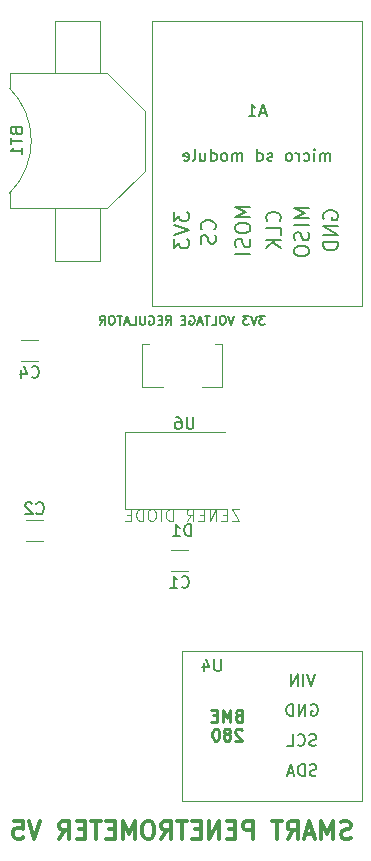
<source format=gbr>
%TF.GenerationSoftware,KiCad,Pcbnew,(6.0.4)*%
%TF.CreationDate,2022-04-23T15:23:27-04:00*%
%TF.ProjectId,smart penetrometer,736d6172-7420-4706-956e-6574726f6d65,rev?*%
%TF.SameCoordinates,Original*%
%TF.FileFunction,Legend,Bot*%
%TF.FilePolarity,Positive*%
%FSLAX46Y46*%
G04 Gerber Fmt 4.6, Leading zero omitted, Abs format (unit mm)*
G04 Created by KiCad (PCBNEW (6.0.4)) date 2022-04-23 15:23:27*
%MOMM*%
%LPD*%
G01*
G04 APERTURE LIST*
%ADD10C,0.250000*%
%ADD11C,0.125000*%
%ADD12C,0.187500*%
%ADD13C,0.300000*%
%ADD14C,0.150000*%
%ADD15C,0.120000*%
G04 APERTURE END LIST*
D10*
X130492380Y-135013571D02*
X130349523Y-135061190D01*
X130301904Y-135108809D01*
X130254285Y-135204047D01*
X130254285Y-135346904D01*
X130301904Y-135442142D01*
X130349523Y-135489761D01*
X130444761Y-135537380D01*
X130825714Y-135537380D01*
X130825714Y-134537380D01*
X130492380Y-134537380D01*
X130397142Y-134585000D01*
X130349523Y-134632619D01*
X130301904Y-134727857D01*
X130301904Y-134823095D01*
X130349523Y-134918333D01*
X130397142Y-134965952D01*
X130492380Y-135013571D01*
X130825714Y-135013571D01*
X129825714Y-135537380D02*
X129825714Y-134537380D01*
X129492380Y-135251666D01*
X129159047Y-134537380D01*
X129159047Y-135537380D01*
X128682857Y-135013571D02*
X128349523Y-135013571D01*
X128206666Y-135537380D02*
X128682857Y-135537380D01*
X128682857Y-134537380D01*
X128206666Y-134537380D01*
X130778095Y-136242619D02*
X130730476Y-136195000D01*
X130635238Y-136147380D01*
X130397142Y-136147380D01*
X130301904Y-136195000D01*
X130254285Y-136242619D01*
X130206666Y-136337857D01*
X130206666Y-136433095D01*
X130254285Y-136575952D01*
X130825714Y-137147380D01*
X130206666Y-137147380D01*
X129635238Y-136575952D02*
X129730476Y-136528333D01*
X129778095Y-136480714D01*
X129825714Y-136385476D01*
X129825714Y-136337857D01*
X129778095Y-136242619D01*
X129730476Y-136195000D01*
X129635238Y-136147380D01*
X129444761Y-136147380D01*
X129349523Y-136195000D01*
X129301904Y-136242619D01*
X129254285Y-136337857D01*
X129254285Y-136385476D01*
X129301904Y-136480714D01*
X129349523Y-136528333D01*
X129444761Y-136575952D01*
X129635238Y-136575952D01*
X129730476Y-136623571D01*
X129778095Y-136671190D01*
X129825714Y-136766428D01*
X129825714Y-136956904D01*
X129778095Y-137052142D01*
X129730476Y-137099761D01*
X129635238Y-137147380D01*
X129444761Y-137147380D01*
X129349523Y-137099761D01*
X129301904Y-137052142D01*
X129254285Y-136956904D01*
X129254285Y-136766428D01*
X129301904Y-136671190D01*
X129349523Y-136623571D01*
X129444761Y-136575952D01*
X128635238Y-136147380D02*
X128540000Y-136147380D01*
X128444761Y-136195000D01*
X128397142Y-136242619D01*
X128349523Y-136337857D01*
X128301904Y-136528333D01*
X128301904Y-136766428D01*
X128349523Y-136956904D01*
X128397142Y-137052142D01*
X128444761Y-137099761D01*
X128540000Y-137147380D01*
X128635238Y-137147380D01*
X128730476Y-137099761D01*
X128778095Y-137052142D01*
X128825714Y-136956904D01*
X128873333Y-136766428D01*
X128873333Y-136528333D01*
X128825714Y-136337857D01*
X128778095Y-136242619D01*
X128730476Y-136195000D01*
X128635238Y-136147380D01*
D11*
X130587142Y-117562380D02*
X129920476Y-117562380D01*
X130587142Y-118562380D01*
X129920476Y-118562380D01*
X129539523Y-118038571D02*
X129206190Y-118038571D01*
X129063333Y-118562380D02*
X129539523Y-118562380D01*
X129539523Y-117562380D01*
X129063333Y-117562380D01*
X128634761Y-118562380D02*
X128634761Y-117562380D01*
X128063333Y-118562380D01*
X128063333Y-117562380D01*
X127587142Y-118038571D02*
X127253809Y-118038571D01*
X127110952Y-118562380D02*
X127587142Y-118562380D01*
X127587142Y-117562380D01*
X127110952Y-117562380D01*
X126110952Y-118562380D02*
X126444285Y-118086190D01*
X126682380Y-118562380D02*
X126682380Y-117562380D01*
X126301428Y-117562380D01*
X126206190Y-117610000D01*
X126158571Y-117657619D01*
X126110952Y-117752857D01*
X126110952Y-117895714D01*
X126158571Y-117990952D01*
X126206190Y-118038571D01*
X126301428Y-118086190D01*
X126682380Y-118086190D01*
X124920476Y-118562380D02*
X124920476Y-117562380D01*
X124682380Y-117562380D01*
X124539523Y-117610000D01*
X124444285Y-117705238D01*
X124396666Y-117800476D01*
X124349047Y-117990952D01*
X124349047Y-118133809D01*
X124396666Y-118324285D01*
X124444285Y-118419523D01*
X124539523Y-118514761D01*
X124682380Y-118562380D01*
X124920476Y-118562380D01*
X123920476Y-118562380D02*
X123920476Y-117562380D01*
X123253809Y-117562380D02*
X123063333Y-117562380D01*
X122968095Y-117610000D01*
X122872857Y-117705238D01*
X122825238Y-117895714D01*
X122825238Y-118229047D01*
X122872857Y-118419523D01*
X122968095Y-118514761D01*
X123063333Y-118562380D01*
X123253809Y-118562380D01*
X123349047Y-118514761D01*
X123444285Y-118419523D01*
X123491904Y-118229047D01*
X123491904Y-117895714D01*
X123444285Y-117705238D01*
X123349047Y-117610000D01*
X123253809Y-117562380D01*
X122396666Y-118562380D02*
X122396666Y-117562380D01*
X122158571Y-117562380D01*
X122015714Y-117610000D01*
X121920476Y-117705238D01*
X121872857Y-117800476D01*
X121825238Y-117990952D01*
X121825238Y-118133809D01*
X121872857Y-118324285D01*
X121920476Y-118419523D01*
X122015714Y-118514761D01*
X122158571Y-118562380D01*
X122396666Y-118562380D01*
X121396666Y-118038571D02*
X121063333Y-118038571D01*
X120920476Y-118562380D02*
X121396666Y-118562380D01*
X121396666Y-117562380D01*
X120920476Y-117562380D01*
D12*
X132730000Y-101189285D02*
X132265714Y-101189285D01*
X132515714Y-101475000D01*
X132408571Y-101475000D01*
X132337142Y-101510714D01*
X132301428Y-101546428D01*
X132265714Y-101617857D01*
X132265714Y-101796428D01*
X132301428Y-101867857D01*
X132337142Y-101903571D01*
X132408571Y-101939285D01*
X132622857Y-101939285D01*
X132694285Y-101903571D01*
X132730000Y-101867857D01*
X132051428Y-101189285D02*
X131801428Y-101939285D01*
X131551428Y-101189285D01*
X131372857Y-101189285D02*
X130908571Y-101189285D01*
X131158571Y-101475000D01*
X131051428Y-101475000D01*
X130980000Y-101510714D01*
X130944285Y-101546428D01*
X130908571Y-101617857D01*
X130908571Y-101796428D01*
X130944285Y-101867857D01*
X130980000Y-101903571D01*
X131051428Y-101939285D01*
X131265714Y-101939285D01*
X131337142Y-101903571D01*
X131372857Y-101867857D01*
X130122857Y-101189285D02*
X129872857Y-101939285D01*
X129622857Y-101189285D01*
X129230000Y-101189285D02*
X129087142Y-101189285D01*
X129015714Y-101225000D01*
X128944285Y-101296428D01*
X128908571Y-101439285D01*
X128908571Y-101689285D01*
X128944285Y-101832142D01*
X129015714Y-101903571D01*
X129087142Y-101939285D01*
X129230000Y-101939285D01*
X129301428Y-101903571D01*
X129372857Y-101832142D01*
X129408571Y-101689285D01*
X129408571Y-101439285D01*
X129372857Y-101296428D01*
X129301428Y-101225000D01*
X129230000Y-101189285D01*
X128230000Y-101939285D02*
X128587142Y-101939285D01*
X128587142Y-101189285D01*
X128087142Y-101189285D02*
X127658571Y-101189285D01*
X127872857Y-101939285D02*
X127872857Y-101189285D01*
X127444285Y-101725000D02*
X127087142Y-101725000D01*
X127515714Y-101939285D02*
X127265714Y-101189285D01*
X127015714Y-101939285D01*
X126372857Y-101225000D02*
X126444285Y-101189285D01*
X126551428Y-101189285D01*
X126658571Y-101225000D01*
X126730000Y-101296428D01*
X126765714Y-101367857D01*
X126801428Y-101510714D01*
X126801428Y-101617857D01*
X126765714Y-101760714D01*
X126730000Y-101832142D01*
X126658571Y-101903571D01*
X126551428Y-101939285D01*
X126480000Y-101939285D01*
X126372857Y-101903571D01*
X126337142Y-101867857D01*
X126337142Y-101617857D01*
X126480000Y-101617857D01*
X126015714Y-101546428D02*
X125765714Y-101546428D01*
X125658571Y-101939285D02*
X126015714Y-101939285D01*
X126015714Y-101189285D01*
X125658571Y-101189285D01*
X124337142Y-101939285D02*
X124587142Y-101582142D01*
X124765714Y-101939285D02*
X124765714Y-101189285D01*
X124480000Y-101189285D01*
X124408571Y-101225000D01*
X124372857Y-101260714D01*
X124337142Y-101332142D01*
X124337142Y-101439285D01*
X124372857Y-101510714D01*
X124408571Y-101546428D01*
X124480000Y-101582142D01*
X124765714Y-101582142D01*
X124015714Y-101546428D02*
X123765714Y-101546428D01*
X123658571Y-101939285D02*
X124015714Y-101939285D01*
X124015714Y-101189285D01*
X123658571Y-101189285D01*
X122944285Y-101225000D02*
X123015714Y-101189285D01*
X123122857Y-101189285D01*
X123230000Y-101225000D01*
X123301428Y-101296428D01*
X123337142Y-101367857D01*
X123372857Y-101510714D01*
X123372857Y-101617857D01*
X123337142Y-101760714D01*
X123301428Y-101832142D01*
X123230000Y-101903571D01*
X123122857Y-101939285D01*
X123051428Y-101939285D01*
X122944285Y-101903571D01*
X122908571Y-101867857D01*
X122908571Y-101617857D01*
X123051428Y-101617857D01*
X122587142Y-101189285D02*
X122587142Y-101796428D01*
X122551428Y-101867857D01*
X122515714Y-101903571D01*
X122444285Y-101939285D01*
X122301428Y-101939285D01*
X122230000Y-101903571D01*
X122194285Y-101867857D01*
X122158571Y-101796428D01*
X122158571Y-101189285D01*
X121444285Y-101939285D02*
X121801428Y-101939285D01*
X121801428Y-101189285D01*
X121230000Y-101725000D02*
X120872857Y-101725000D01*
X121301428Y-101939285D02*
X121051428Y-101189285D01*
X120801428Y-101939285D01*
X120658571Y-101189285D02*
X120230000Y-101189285D01*
X120444285Y-101939285D02*
X120444285Y-101189285D01*
X119837142Y-101189285D02*
X119694285Y-101189285D01*
X119622857Y-101225000D01*
X119551428Y-101296428D01*
X119515714Y-101439285D01*
X119515714Y-101689285D01*
X119551428Y-101832142D01*
X119622857Y-101903571D01*
X119694285Y-101939285D01*
X119837142Y-101939285D01*
X119908571Y-101903571D01*
X119980000Y-101832142D01*
X120015714Y-101689285D01*
X120015714Y-101439285D01*
X119980000Y-101296428D01*
X119908571Y-101225000D01*
X119837142Y-101189285D01*
X118765714Y-101939285D02*
X119015714Y-101582142D01*
X119194285Y-101939285D02*
X119194285Y-101189285D01*
X118908571Y-101189285D01*
X118837142Y-101225000D01*
X118801428Y-101260714D01*
X118765714Y-101332142D01*
X118765714Y-101439285D01*
X118801428Y-101510714D01*
X118837142Y-101546428D01*
X118908571Y-101582142D01*
X119194285Y-101582142D01*
D13*
X140015714Y-145387142D02*
X139801428Y-145458571D01*
X139444285Y-145458571D01*
X139301428Y-145387142D01*
X139230000Y-145315714D01*
X139158571Y-145172857D01*
X139158571Y-145030000D01*
X139230000Y-144887142D01*
X139301428Y-144815714D01*
X139444285Y-144744285D01*
X139730000Y-144672857D01*
X139872857Y-144601428D01*
X139944285Y-144530000D01*
X140015714Y-144387142D01*
X140015714Y-144244285D01*
X139944285Y-144101428D01*
X139872857Y-144030000D01*
X139730000Y-143958571D01*
X139372857Y-143958571D01*
X139158571Y-144030000D01*
X138515714Y-145458571D02*
X138515714Y-143958571D01*
X138015714Y-145030000D01*
X137515714Y-143958571D01*
X137515714Y-145458571D01*
X136872857Y-145030000D02*
X136158571Y-145030000D01*
X137015714Y-145458571D02*
X136515714Y-143958571D01*
X136015714Y-145458571D01*
X134658571Y-145458571D02*
X135158571Y-144744285D01*
X135515714Y-145458571D02*
X135515714Y-143958571D01*
X134944285Y-143958571D01*
X134801428Y-144030000D01*
X134730000Y-144101428D01*
X134658571Y-144244285D01*
X134658571Y-144458571D01*
X134730000Y-144601428D01*
X134801428Y-144672857D01*
X134944285Y-144744285D01*
X135515714Y-144744285D01*
X134230000Y-143958571D02*
X133372857Y-143958571D01*
X133801428Y-145458571D02*
X133801428Y-143958571D01*
X131730000Y-145458571D02*
X131730000Y-143958571D01*
X131158571Y-143958571D01*
X131015714Y-144030000D01*
X130944285Y-144101428D01*
X130872857Y-144244285D01*
X130872857Y-144458571D01*
X130944285Y-144601428D01*
X131015714Y-144672857D01*
X131158571Y-144744285D01*
X131730000Y-144744285D01*
X130230000Y-144672857D02*
X129730000Y-144672857D01*
X129515714Y-145458571D02*
X130230000Y-145458571D01*
X130230000Y-143958571D01*
X129515714Y-143958571D01*
X128872857Y-145458571D02*
X128872857Y-143958571D01*
X128015714Y-145458571D01*
X128015714Y-143958571D01*
X127301428Y-144672857D02*
X126801428Y-144672857D01*
X126587142Y-145458571D02*
X127301428Y-145458571D01*
X127301428Y-143958571D01*
X126587142Y-143958571D01*
X126158571Y-143958571D02*
X125301428Y-143958571D01*
X125730000Y-145458571D02*
X125730000Y-143958571D01*
X123944285Y-145458571D02*
X124444285Y-144744285D01*
X124801428Y-145458571D02*
X124801428Y-143958571D01*
X124230000Y-143958571D01*
X124087142Y-144030000D01*
X124015714Y-144101428D01*
X123944285Y-144244285D01*
X123944285Y-144458571D01*
X124015714Y-144601428D01*
X124087142Y-144672857D01*
X124230000Y-144744285D01*
X124801428Y-144744285D01*
X123015714Y-143958571D02*
X122730000Y-143958571D01*
X122587142Y-144030000D01*
X122444285Y-144172857D01*
X122372857Y-144458571D01*
X122372857Y-144958571D01*
X122444285Y-145244285D01*
X122587142Y-145387142D01*
X122730000Y-145458571D01*
X123015714Y-145458571D01*
X123158571Y-145387142D01*
X123301428Y-145244285D01*
X123372857Y-144958571D01*
X123372857Y-144458571D01*
X123301428Y-144172857D01*
X123158571Y-144030000D01*
X123015714Y-143958571D01*
X121730000Y-145458571D02*
X121730000Y-143958571D01*
X121230000Y-145030000D01*
X120730000Y-143958571D01*
X120730000Y-145458571D01*
X120015714Y-144672857D02*
X119515714Y-144672857D01*
X119301428Y-145458571D02*
X120015714Y-145458571D01*
X120015714Y-143958571D01*
X119301428Y-143958571D01*
X118872857Y-143958571D02*
X118015714Y-143958571D01*
X118444285Y-145458571D02*
X118444285Y-143958571D01*
X117515714Y-144672857D02*
X117015714Y-144672857D01*
X116801428Y-145458571D02*
X117515714Y-145458571D01*
X117515714Y-143958571D01*
X116801428Y-143958571D01*
X115301428Y-145458571D02*
X115801428Y-144744285D01*
X116158571Y-145458571D02*
X116158571Y-143958571D01*
X115587142Y-143958571D01*
X115444285Y-144030000D01*
X115372857Y-144101428D01*
X115301428Y-144244285D01*
X115301428Y-144458571D01*
X115372857Y-144601428D01*
X115444285Y-144672857D01*
X115587142Y-144744285D01*
X116158571Y-144744285D01*
X113730000Y-143958571D02*
X113230000Y-145458571D01*
X112730000Y-143958571D01*
X111515714Y-143958571D02*
X112230000Y-143958571D01*
X112301428Y-144672857D01*
X112230000Y-144601428D01*
X112087142Y-144530000D01*
X111730000Y-144530000D01*
X111587142Y-144601428D01*
X111515714Y-144672857D01*
X111444285Y-144815714D01*
X111444285Y-145172857D01*
X111515714Y-145315714D01*
X111587142Y-145387142D01*
X111730000Y-145458571D01*
X112087142Y-145458571D01*
X112230000Y-145387142D01*
X112301428Y-145315714D01*
D14*
%TO.C,U4*%
X129031904Y-130262380D02*
X129031904Y-131071904D01*
X128984285Y-131167142D01*
X128936666Y-131214761D01*
X128841428Y-131262380D01*
X128650952Y-131262380D01*
X128555714Y-131214761D01*
X128508095Y-131167142D01*
X128460476Y-131071904D01*
X128460476Y-130262380D01*
X127555714Y-130595714D02*
X127555714Y-131262380D01*
X127793809Y-130214761D02*
X128031904Y-130929047D01*
X127412857Y-130929047D01*
X136985238Y-131532380D02*
X136651904Y-132532380D01*
X136318571Y-131532380D01*
X135985238Y-132532380D02*
X135985238Y-131532380D01*
X135509047Y-132532380D02*
X135509047Y-131532380D01*
X134937619Y-132532380D01*
X134937619Y-131532380D01*
X136651904Y-134120000D02*
X136747142Y-134072380D01*
X136890000Y-134072380D01*
X137032857Y-134120000D01*
X137128095Y-134215238D01*
X137175714Y-134310476D01*
X137223333Y-134500952D01*
X137223333Y-134643809D01*
X137175714Y-134834285D01*
X137128095Y-134929523D01*
X137032857Y-135024761D01*
X136890000Y-135072380D01*
X136794761Y-135072380D01*
X136651904Y-135024761D01*
X136604285Y-134977142D01*
X136604285Y-134643809D01*
X136794761Y-134643809D01*
X136175714Y-135072380D02*
X136175714Y-134072380D01*
X135604285Y-135072380D01*
X135604285Y-134072380D01*
X135128095Y-135072380D02*
X135128095Y-134072380D01*
X134890000Y-134072380D01*
X134747142Y-134120000D01*
X134651904Y-134215238D01*
X134604285Y-134310476D01*
X134556666Y-134500952D01*
X134556666Y-134643809D01*
X134604285Y-134834285D01*
X134651904Y-134929523D01*
X134747142Y-135024761D01*
X134890000Y-135072380D01*
X135128095Y-135072380D01*
X137080476Y-137564761D02*
X136937619Y-137612380D01*
X136699523Y-137612380D01*
X136604285Y-137564761D01*
X136556666Y-137517142D01*
X136509047Y-137421904D01*
X136509047Y-137326666D01*
X136556666Y-137231428D01*
X136604285Y-137183809D01*
X136699523Y-137136190D01*
X136890000Y-137088571D01*
X136985238Y-137040952D01*
X137032857Y-136993333D01*
X137080476Y-136898095D01*
X137080476Y-136802857D01*
X137032857Y-136707619D01*
X136985238Y-136660000D01*
X136890000Y-136612380D01*
X136651904Y-136612380D01*
X136509047Y-136660000D01*
X135509047Y-137517142D02*
X135556666Y-137564761D01*
X135699523Y-137612380D01*
X135794761Y-137612380D01*
X135937619Y-137564761D01*
X136032857Y-137469523D01*
X136080476Y-137374285D01*
X136128095Y-137183809D01*
X136128095Y-137040952D01*
X136080476Y-136850476D01*
X136032857Y-136755238D01*
X135937619Y-136660000D01*
X135794761Y-136612380D01*
X135699523Y-136612380D01*
X135556666Y-136660000D01*
X135509047Y-136707619D01*
X134604285Y-137612380D02*
X135080476Y-137612380D01*
X135080476Y-136612380D01*
X137104285Y-140104761D02*
X136961428Y-140152380D01*
X136723333Y-140152380D01*
X136628095Y-140104761D01*
X136580476Y-140057142D01*
X136532857Y-139961904D01*
X136532857Y-139866666D01*
X136580476Y-139771428D01*
X136628095Y-139723809D01*
X136723333Y-139676190D01*
X136913809Y-139628571D01*
X137009047Y-139580952D01*
X137056666Y-139533333D01*
X137104285Y-139438095D01*
X137104285Y-139342857D01*
X137056666Y-139247619D01*
X137009047Y-139200000D01*
X136913809Y-139152380D01*
X136675714Y-139152380D01*
X136532857Y-139200000D01*
X136104285Y-140152380D02*
X136104285Y-139152380D01*
X135866190Y-139152380D01*
X135723333Y-139200000D01*
X135628095Y-139295238D01*
X135580476Y-139390476D01*
X135532857Y-139580952D01*
X135532857Y-139723809D01*
X135580476Y-139914285D01*
X135628095Y-140009523D01*
X135723333Y-140104761D01*
X135866190Y-140152380D01*
X136104285Y-140152380D01*
X135151904Y-139866666D02*
X134675714Y-139866666D01*
X135247142Y-140152380D02*
X134913809Y-139152380D01*
X134580476Y-140152380D01*
%TO.C,BT1*%
X111688571Y-85574285D02*
X111736190Y-85717142D01*
X111783809Y-85764761D01*
X111879047Y-85812380D01*
X112021904Y-85812380D01*
X112117142Y-85764761D01*
X112164761Y-85717142D01*
X112212380Y-85621904D01*
X112212380Y-85240952D01*
X111212380Y-85240952D01*
X111212380Y-85574285D01*
X111260000Y-85669523D01*
X111307619Y-85717142D01*
X111402857Y-85764761D01*
X111498095Y-85764761D01*
X111593333Y-85717142D01*
X111640952Y-85669523D01*
X111688571Y-85574285D01*
X111688571Y-85240952D01*
X111212380Y-86098095D02*
X111212380Y-86669523D01*
X112212380Y-86383809D02*
X111212380Y-86383809D01*
X112212380Y-87526666D02*
X112212380Y-86955238D01*
X112212380Y-87240952D02*
X111212380Y-87240952D01*
X111355238Y-87145714D01*
X111450476Y-87050476D01*
X111498095Y-86955238D01*
%TO.C,A1*%
X132794285Y-83986666D02*
X132318095Y-83986666D01*
X132889523Y-84272380D02*
X132556190Y-83272380D01*
X132222857Y-84272380D01*
X131365714Y-84272380D02*
X131937142Y-84272380D01*
X131651428Y-84272380D02*
X131651428Y-83272380D01*
X131746666Y-83415238D01*
X131841904Y-83510476D01*
X131937142Y-83558095D01*
X138270476Y-88082380D02*
X138270476Y-87415714D01*
X138270476Y-87510952D02*
X138222857Y-87463333D01*
X138127619Y-87415714D01*
X137984761Y-87415714D01*
X137889523Y-87463333D01*
X137841904Y-87558571D01*
X137841904Y-88082380D01*
X137841904Y-87558571D02*
X137794285Y-87463333D01*
X137699047Y-87415714D01*
X137556190Y-87415714D01*
X137460952Y-87463333D01*
X137413333Y-87558571D01*
X137413333Y-88082380D01*
X136937142Y-88082380D02*
X136937142Y-87415714D01*
X136937142Y-87082380D02*
X136984761Y-87130000D01*
X136937142Y-87177619D01*
X136889523Y-87130000D01*
X136937142Y-87082380D01*
X136937142Y-87177619D01*
X136032380Y-88034761D02*
X136127619Y-88082380D01*
X136318095Y-88082380D01*
X136413333Y-88034761D01*
X136460952Y-87987142D01*
X136508571Y-87891904D01*
X136508571Y-87606190D01*
X136460952Y-87510952D01*
X136413333Y-87463333D01*
X136318095Y-87415714D01*
X136127619Y-87415714D01*
X136032380Y-87463333D01*
X135603809Y-88082380D02*
X135603809Y-87415714D01*
X135603809Y-87606190D02*
X135556190Y-87510952D01*
X135508571Y-87463333D01*
X135413333Y-87415714D01*
X135318095Y-87415714D01*
X134841904Y-88082380D02*
X134937142Y-88034761D01*
X134984761Y-87987142D01*
X135032380Y-87891904D01*
X135032380Y-87606190D01*
X134984761Y-87510952D01*
X134937142Y-87463333D01*
X134841904Y-87415714D01*
X134699047Y-87415714D01*
X134603809Y-87463333D01*
X134556190Y-87510952D01*
X134508571Y-87606190D01*
X134508571Y-87891904D01*
X134556190Y-87987142D01*
X134603809Y-88034761D01*
X134699047Y-88082380D01*
X134841904Y-88082380D01*
X133365714Y-88034761D02*
X133270476Y-88082380D01*
X133080000Y-88082380D01*
X132984761Y-88034761D01*
X132937142Y-87939523D01*
X132937142Y-87891904D01*
X132984761Y-87796666D01*
X133080000Y-87749047D01*
X133222857Y-87749047D01*
X133318095Y-87701428D01*
X133365714Y-87606190D01*
X133365714Y-87558571D01*
X133318095Y-87463333D01*
X133222857Y-87415714D01*
X133080000Y-87415714D01*
X132984761Y-87463333D01*
X132080000Y-88082380D02*
X132080000Y-87082380D01*
X132080000Y-88034761D02*
X132175238Y-88082380D01*
X132365714Y-88082380D01*
X132460952Y-88034761D01*
X132508571Y-87987142D01*
X132556190Y-87891904D01*
X132556190Y-87606190D01*
X132508571Y-87510952D01*
X132460952Y-87463333D01*
X132365714Y-87415714D01*
X132175238Y-87415714D01*
X132080000Y-87463333D01*
X130841904Y-88082380D02*
X130841904Y-87415714D01*
X130841904Y-87510952D02*
X130794285Y-87463333D01*
X130699047Y-87415714D01*
X130556190Y-87415714D01*
X130460952Y-87463333D01*
X130413333Y-87558571D01*
X130413333Y-88082380D01*
X130413333Y-87558571D02*
X130365714Y-87463333D01*
X130270476Y-87415714D01*
X130127619Y-87415714D01*
X130032380Y-87463333D01*
X129984761Y-87558571D01*
X129984761Y-88082380D01*
X129365714Y-88082380D02*
X129460952Y-88034761D01*
X129508571Y-87987142D01*
X129556190Y-87891904D01*
X129556190Y-87606190D01*
X129508571Y-87510952D01*
X129460952Y-87463333D01*
X129365714Y-87415714D01*
X129222857Y-87415714D01*
X129127619Y-87463333D01*
X129080000Y-87510952D01*
X129032380Y-87606190D01*
X129032380Y-87891904D01*
X129080000Y-87987142D01*
X129127619Y-88034761D01*
X129222857Y-88082380D01*
X129365714Y-88082380D01*
X128175238Y-88082380D02*
X128175238Y-87082380D01*
X128175238Y-88034761D02*
X128270476Y-88082380D01*
X128460952Y-88082380D01*
X128556190Y-88034761D01*
X128603809Y-87987142D01*
X128651428Y-87891904D01*
X128651428Y-87606190D01*
X128603809Y-87510952D01*
X128556190Y-87463333D01*
X128460952Y-87415714D01*
X128270476Y-87415714D01*
X128175238Y-87463333D01*
X127270476Y-87415714D02*
X127270476Y-88082380D01*
X127699047Y-87415714D02*
X127699047Y-87939523D01*
X127651428Y-88034761D01*
X127556190Y-88082380D01*
X127413333Y-88082380D01*
X127318095Y-88034761D01*
X127270476Y-87987142D01*
X126651428Y-88082380D02*
X126746666Y-88034761D01*
X126794285Y-87939523D01*
X126794285Y-87082380D01*
X125889523Y-88034761D02*
X125984761Y-88082380D01*
X126175238Y-88082380D01*
X126270476Y-88034761D01*
X126318095Y-87939523D01*
X126318095Y-87558571D01*
X126270476Y-87463333D01*
X126175238Y-87415714D01*
X125984761Y-87415714D01*
X125889523Y-87463333D01*
X125841904Y-87558571D01*
X125841904Y-87653809D01*
X126318095Y-87749047D01*
X125009123Y-92382219D02*
X125009123Y-93168409D01*
X125492933Y-92745076D01*
X125492933Y-92926504D01*
X125553409Y-93047457D01*
X125613885Y-93107933D01*
X125734838Y-93168409D01*
X126037219Y-93168409D01*
X126158171Y-93107933D01*
X126218647Y-93047457D01*
X126279123Y-92926504D01*
X126279123Y-92563647D01*
X126218647Y-92442695D01*
X126158171Y-92382219D01*
X125009123Y-93531266D02*
X126279123Y-93954600D01*
X125009123Y-94377933D01*
X125009123Y-94680314D02*
X125009123Y-95466504D01*
X125492933Y-95043171D01*
X125492933Y-95224600D01*
X125553409Y-95345552D01*
X125613885Y-95406028D01*
X125734838Y-95466504D01*
X126037219Y-95466504D01*
X126158171Y-95406028D01*
X126218647Y-95345552D01*
X126279123Y-95224600D01*
X126279123Y-94861742D01*
X126218647Y-94740790D01*
X126158171Y-94680314D01*
X128444171Y-93869933D02*
X128504647Y-93809457D01*
X128565123Y-93628028D01*
X128565123Y-93507076D01*
X128504647Y-93325647D01*
X128383695Y-93204695D01*
X128262742Y-93144219D01*
X128020838Y-93083742D01*
X127839409Y-93083742D01*
X127597504Y-93144219D01*
X127476552Y-93204695D01*
X127355600Y-93325647D01*
X127295123Y-93507076D01*
X127295123Y-93628028D01*
X127355600Y-93809457D01*
X127416076Y-93869933D01*
X128504647Y-94353742D02*
X128565123Y-94535171D01*
X128565123Y-94837552D01*
X128504647Y-94958504D01*
X128444171Y-95018980D01*
X128323219Y-95079457D01*
X128202266Y-95079457D01*
X128081314Y-95018980D01*
X128020838Y-94958504D01*
X127960361Y-94837552D01*
X127899885Y-94595647D01*
X127839409Y-94474695D01*
X127778933Y-94414219D01*
X127657980Y-94353742D01*
X127537028Y-94353742D01*
X127416076Y-94414219D01*
X127355600Y-94474695D01*
X127295123Y-94595647D01*
X127295123Y-94898028D01*
X127355600Y-95079457D01*
X131511523Y-91933485D02*
X130241523Y-91933485D01*
X131148666Y-92356819D01*
X130241523Y-92780152D01*
X131511523Y-92780152D01*
X130241523Y-93626819D02*
X130241523Y-93868723D01*
X130302000Y-93989676D01*
X130422952Y-94110628D01*
X130664857Y-94171104D01*
X131088190Y-94171104D01*
X131330095Y-94110628D01*
X131451047Y-93989676D01*
X131511523Y-93868723D01*
X131511523Y-93626819D01*
X131451047Y-93505866D01*
X131330095Y-93384914D01*
X131088190Y-93324438D01*
X130664857Y-93324438D01*
X130422952Y-93384914D01*
X130302000Y-93505866D01*
X130241523Y-93626819D01*
X131451047Y-94654914D02*
X131511523Y-94836342D01*
X131511523Y-95138723D01*
X131451047Y-95259676D01*
X131390571Y-95320152D01*
X131269619Y-95380628D01*
X131148666Y-95380628D01*
X131027714Y-95320152D01*
X130967238Y-95259676D01*
X130906761Y-95138723D01*
X130846285Y-94896819D01*
X130785809Y-94775866D01*
X130725333Y-94715390D01*
X130604380Y-94654914D01*
X130483428Y-94654914D01*
X130362476Y-94715390D01*
X130302000Y-94775866D01*
X130241523Y-94896819D01*
X130241523Y-95199200D01*
X130302000Y-95380628D01*
X131511523Y-95924914D02*
X130241523Y-95924914D01*
X133981371Y-93173247D02*
X134041847Y-93112771D01*
X134102323Y-92931342D01*
X134102323Y-92810390D01*
X134041847Y-92628961D01*
X133920895Y-92508009D01*
X133799942Y-92447533D01*
X133558038Y-92387057D01*
X133376609Y-92387057D01*
X133134704Y-92447533D01*
X133013752Y-92508009D01*
X132892800Y-92628961D01*
X132832323Y-92810390D01*
X132832323Y-92931342D01*
X132892800Y-93112771D01*
X132953276Y-93173247D01*
X134102323Y-94322295D02*
X134102323Y-93717533D01*
X132832323Y-93717533D01*
X134102323Y-94745628D02*
X132832323Y-94745628D01*
X134102323Y-95471342D02*
X133376609Y-94927057D01*
X132832323Y-95471342D02*
X133558038Y-94745628D01*
X136489923Y-92085885D02*
X135219923Y-92085885D01*
X136127066Y-92509219D01*
X135219923Y-92932552D01*
X136489923Y-92932552D01*
X136489923Y-93537314D02*
X135219923Y-93537314D01*
X136429447Y-94081600D02*
X136489923Y-94263028D01*
X136489923Y-94565409D01*
X136429447Y-94686361D01*
X136368971Y-94746838D01*
X136248019Y-94807314D01*
X136127066Y-94807314D01*
X136006114Y-94746838D01*
X135945638Y-94686361D01*
X135885161Y-94565409D01*
X135824685Y-94323504D01*
X135764209Y-94202552D01*
X135703733Y-94142076D01*
X135582780Y-94081600D01*
X135461828Y-94081600D01*
X135340876Y-94142076D01*
X135280400Y-94202552D01*
X135219923Y-94323504D01*
X135219923Y-94625885D01*
X135280400Y-94807314D01*
X135219923Y-95593504D02*
X135219923Y-95835409D01*
X135280400Y-95956361D01*
X135401352Y-96077314D01*
X135643257Y-96137790D01*
X136066590Y-96137790D01*
X136308495Y-96077314D01*
X136429447Y-95956361D01*
X136489923Y-95835409D01*
X136489923Y-95593504D01*
X136429447Y-95472552D01*
X136308495Y-95351600D01*
X136066590Y-95291123D01*
X135643257Y-95291123D01*
X135401352Y-95351600D01*
X135280400Y-95472552D01*
X135219923Y-95593504D01*
X137718800Y-92986980D02*
X137658323Y-92866028D01*
X137658323Y-92684600D01*
X137718800Y-92503171D01*
X137839752Y-92382219D01*
X137960704Y-92321742D01*
X138202609Y-92261266D01*
X138384038Y-92261266D01*
X138625942Y-92321742D01*
X138746895Y-92382219D01*
X138867847Y-92503171D01*
X138928323Y-92684600D01*
X138928323Y-92805552D01*
X138867847Y-92986980D01*
X138807371Y-93047457D01*
X138384038Y-93047457D01*
X138384038Y-92805552D01*
X138928323Y-93591742D02*
X137658323Y-93591742D01*
X138928323Y-94317457D01*
X137658323Y-94317457D01*
X138928323Y-94922219D02*
X137658323Y-94922219D01*
X137658323Y-95224600D01*
X137718800Y-95406028D01*
X137839752Y-95526980D01*
X137960704Y-95587457D01*
X138202609Y-95647933D01*
X138384038Y-95647933D01*
X138625942Y-95587457D01*
X138746895Y-95526980D01*
X138867847Y-95406028D01*
X138928323Y-95224600D01*
X138928323Y-94922219D01*
%TO.C,U6*%
X126695104Y-109764580D02*
X126695104Y-110574104D01*
X126647485Y-110669342D01*
X126599866Y-110716961D01*
X126504628Y-110764580D01*
X126314152Y-110764580D01*
X126218914Y-110716961D01*
X126171295Y-110669342D01*
X126123676Y-110574104D01*
X126123676Y-109764580D01*
X125218914Y-109764580D02*
X125409390Y-109764580D01*
X125504628Y-109812200D01*
X125552247Y-109859819D01*
X125647485Y-110002676D01*
X125695104Y-110193152D01*
X125695104Y-110574104D01*
X125647485Y-110669342D01*
X125599866Y-110716961D01*
X125504628Y-110764580D01*
X125314152Y-110764580D01*
X125218914Y-110716961D01*
X125171295Y-110669342D01*
X125123676Y-110574104D01*
X125123676Y-110336009D01*
X125171295Y-110240771D01*
X125218914Y-110193152D01*
X125314152Y-110145533D01*
X125504628Y-110145533D01*
X125599866Y-110193152D01*
X125647485Y-110240771D01*
X125695104Y-110336009D01*
%TO.C,D1*%
X126468095Y-119832380D02*
X126468095Y-118832380D01*
X126230000Y-118832380D01*
X126087142Y-118880000D01*
X125991904Y-118975238D01*
X125944285Y-119070476D01*
X125896666Y-119260952D01*
X125896666Y-119403809D01*
X125944285Y-119594285D01*
X125991904Y-119689523D01*
X126087142Y-119784761D01*
X126230000Y-119832380D01*
X126468095Y-119832380D01*
X124944285Y-119832380D02*
X125515714Y-119832380D01*
X125230000Y-119832380D02*
X125230000Y-118832380D01*
X125325238Y-118975238D01*
X125420476Y-119070476D01*
X125515714Y-119118095D01*
%TO.C,C4*%
X112991666Y-106347142D02*
X113039285Y-106394761D01*
X113182142Y-106442380D01*
X113277380Y-106442380D01*
X113420238Y-106394761D01*
X113515476Y-106299523D01*
X113563095Y-106204285D01*
X113610714Y-106013809D01*
X113610714Y-105870952D01*
X113563095Y-105680476D01*
X113515476Y-105585238D01*
X113420238Y-105490000D01*
X113277380Y-105442380D01*
X113182142Y-105442380D01*
X113039285Y-105490000D01*
X112991666Y-105537619D01*
X112134523Y-105775714D02*
X112134523Y-106442380D01*
X112372619Y-105394761D02*
X112610714Y-106109047D01*
X111991666Y-106109047D01*
%TO.C,C2*%
X113401666Y-117887142D02*
X113449285Y-117934761D01*
X113592142Y-117982380D01*
X113687380Y-117982380D01*
X113830238Y-117934761D01*
X113925476Y-117839523D01*
X113973095Y-117744285D01*
X114020714Y-117553809D01*
X114020714Y-117410952D01*
X113973095Y-117220476D01*
X113925476Y-117125238D01*
X113830238Y-117030000D01*
X113687380Y-116982380D01*
X113592142Y-116982380D01*
X113449285Y-117030000D01*
X113401666Y-117077619D01*
X113020714Y-117077619D02*
X112973095Y-117030000D01*
X112877857Y-116982380D01*
X112639761Y-116982380D01*
X112544523Y-117030000D01*
X112496904Y-117077619D01*
X112449285Y-117172857D01*
X112449285Y-117268095D01*
X112496904Y-117410952D01*
X113068333Y-117982380D01*
X112449285Y-117982380D01*
%TO.C,C1*%
X125691666Y-124127142D02*
X125739285Y-124174761D01*
X125882142Y-124222380D01*
X125977380Y-124222380D01*
X126120238Y-124174761D01*
X126215476Y-124079523D01*
X126263095Y-123984285D01*
X126310714Y-123793809D01*
X126310714Y-123650952D01*
X126263095Y-123460476D01*
X126215476Y-123365238D01*
X126120238Y-123270000D01*
X125977380Y-123222380D01*
X125882142Y-123222380D01*
X125739285Y-123270000D01*
X125691666Y-123317619D01*
X124739285Y-124222380D02*
X125310714Y-124222380D01*
X125025000Y-124222380D02*
X125025000Y-123222380D01*
X125120238Y-123365238D01*
X125215476Y-123460476D01*
X125310714Y-123508095D01*
D15*
%TO.C,U4*%
X140970000Y-135890000D02*
X140970000Y-129540000D01*
X140970000Y-129540000D02*
X125730000Y-129540000D01*
X125730000Y-129540000D02*
X125730000Y-142240000D01*
X125730000Y-142240000D02*
X140970000Y-142240000D01*
X140970000Y-142240000D02*
X140970000Y-135890000D01*
%TO.C,BT1*%
X118745000Y-76200000D02*
X118745000Y-76835000D01*
X114935000Y-76200000D02*
X118745000Y-76200000D01*
X114935000Y-76835000D02*
X114935000Y-76200000D01*
X118745000Y-96520000D02*
X118745000Y-95885000D01*
X114935000Y-96520000D02*
X118745000Y-96520000D01*
X114935000Y-95885000D02*
X114935000Y-96520000D01*
X118745000Y-76835000D02*
X118745000Y-80645000D01*
X114935000Y-80645000D02*
X114935000Y-76835000D01*
X118745000Y-95885000D02*
X118745000Y-92075000D01*
X114935000Y-92075000D02*
X114935000Y-95885000D01*
X111125000Y-92075000D02*
X119380000Y-92075000D01*
X116840000Y-80645000D02*
X119380000Y-80645000D01*
X122555000Y-83820000D02*
X119380000Y-80645000D01*
X122555000Y-88900000D02*
X119380000Y-92075000D01*
X122555000Y-83820000D02*
X122555000Y-88900000D01*
X122555000Y-86360000D02*
X122555000Y-83820000D01*
X111125000Y-80645000D02*
X111125000Y-81915000D01*
X111125000Y-92075000D02*
X111125000Y-90805000D01*
X116840000Y-80645000D02*
X111125000Y-80645000D01*
X111124999Y-90804999D02*
G75*
G03*
X111124999Y-81915001I-4444999J4444999D01*
G01*
%TO.C,A1*%
X123190000Y-76200000D02*
X123190000Y-100330000D01*
X140970000Y-76200000D02*
X123190000Y-76200000D01*
X140970000Y-100330000D02*
X140970000Y-76200000D01*
X123190000Y-100330000D02*
X140970000Y-100330000D01*
%TO.C,U6*%
X129108200Y-107238800D02*
X127381000Y-107238800D01*
X129108200Y-103581200D02*
X128524000Y-103581200D01*
X129108200Y-103581200D02*
X129108200Y-107213400D01*
X122326400Y-107238800D02*
X124079000Y-107238800D01*
X122326400Y-103581200D02*
X122326400Y-107238800D01*
X122326400Y-103581200D02*
X122936000Y-103581200D01*
%TO.C,D1*%
X120930000Y-117550000D02*
X129330000Y-117550000D01*
X120930000Y-111050000D02*
X129330000Y-111050000D01*
X120930000Y-111050000D02*
X120930000Y-117550000D01*
%TO.C,C4*%
X112113748Y-103230000D02*
X113536252Y-103230000D01*
X112113748Y-105050000D02*
X113536252Y-105050000D01*
%TO.C,C2*%
X113946252Y-120290000D02*
X112523748Y-120290000D01*
X113946252Y-118470000D02*
X112523748Y-118470000D01*
%TO.C,C1*%
X124813748Y-121010000D02*
X126236252Y-121010000D01*
X124813748Y-122830000D02*
X126236252Y-122830000D01*
%TD*%
M02*

</source>
